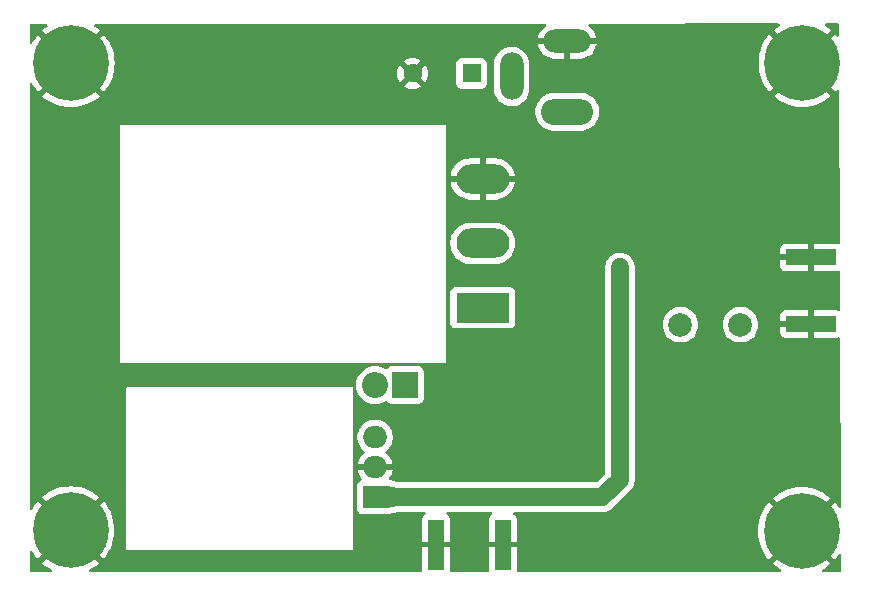
<source format=gbr>
%TF.GenerationSoftware,KiCad,Pcbnew,8.99.0-unknown-e538b98286~178~ubuntu22.04.1*%
%TF.CreationDate,2024-04-14T11:06:52+05:30*%
%TF.ProjectId,HF-PA-v10,48462d50-412d-4763-9130-2e6b69636164,rev?*%
%TF.SameCoordinates,Original*%
%TF.FileFunction,Copper,L2,Bot*%
%TF.FilePolarity,Positive*%
%FSLAX46Y46*%
G04 Gerber Fmt 4.6, Leading zero omitted, Abs format (unit mm)*
G04 Created by KiCad (PCBNEW 8.99.0-unknown-e538b98286~178~ubuntu22.04.1) date 2024-04-14 11:06:52*
%MOMM*%
%LPD*%
G01*
G04 APERTURE LIST*
%TA.AperFunction,ComponentPad*%
%ADD10C,2.000000*%
%TD*%
%TA.AperFunction,ComponentPad*%
%ADD11C,0.800000*%
%TD*%
%TA.AperFunction,ComponentPad*%
%ADD12C,6.400000*%
%TD*%
%TA.AperFunction,SMDPad,CuDef*%
%ADD13R,4.200000X1.350000*%
%TD*%
%TA.AperFunction,ComponentPad*%
%ADD14O,4.400000X2.200000*%
%TD*%
%TA.AperFunction,ComponentPad*%
%ADD15O,4.000000X2.000000*%
%TD*%
%TA.AperFunction,ComponentPad*%
%ADD16O,2.000000X4.000000*%
%TD*%
%TA.AperFunction,ComponentPad*%
%ADD17R,1.600000X1.600000*%
%TD*%
%TA.AperFunction,ComponentPad*%
%ADD18C,1.600000*%
%TD*%
%TA.AperFunction,ComponentPad*%
%ADD19R,2.000000X1.905000*%
%TD*%
%TA.AperFunction,ComponentPad*%
%ADD20O,2.000000X1.905000*%
%TD*%
%TA.AperFunction,SMDPad,CuDef*%
%ADD21R,1.350000X4.200000*%
%TD*%
%TA.AperFunction,ComponentPad*%
%ADD22R,4.500000X2.500000*%
%TD*%
%TA.AperFunction,ComponentPad*%
%ADD23O,4.500000X2.500000*%
%TD*%
%TA.AperFunction,ComponentPad*%
%ADD24R,2.200000X2.200000*%
%TD*%
%TA.AperFunction,ComponentPad*%
%ADD25O,2.200000X2.200000*%
%TD*%
%TA.AperFunction,ViaPad*%
%ADD26C,0.800000*%
%TD*%
%TA.AperFunction,Conductor*%
%ADD27C,1.500000*%
%TD*%
%TA.AperFunction,Conductor*%
%ADD28C,1.000000*%
%TD*%
G04 APERTURE END LIST*
D10*
%TO.P,L4,1*%
%TO.N,Net-(C7-Pad1)*%
X193440000Y-88320000D03*
%TO.P,L4,2*%
%TO.N,Net-(RF_OUT1-In)*%
X198520000Y-88320000D03*
%TD*%
D11*
%TO.P,H3,1,1*%
%TO.N,GND*%
X139400000Y-105720000D03*
X140102944Y-104022944D03*
X140102944Y-107417056D03*
X141800000Y-103320000D03*
D12*
X141800000Y-105720000D03*
D11*
X141800000Y-108120000D03*
X143497056Y-104022944D03*
X143497056Y-107417056D03*
X144200000Y-105720000D03*
%TD*%
D13*
%TO.P,RF_OUT1,2,Ext*%
%TO.N,GND*%
X204477500Y-88285000D03*
X204477500Y-82635000D03*
%TD*%
D14*
%TO.P,Power1,1*%
%TO.N,+VDC*%
X183850000Y-70312500D03*
D15*
%TO.P,Power1,2*%
%TO.N,GND*%
X183850000Y-64312500D03*
D16*
%TO.P,Power1,3*%
%TO.N,unconnected-(Power1-Pad3)*%
X179150000Y-67312500D03*
%TD*%
D17*
%TO.P,C15,1*%
%TO.N,+VDC*%
X175762651Y-67050000D03*
D18*
%TO.P,C15,2*%
%TO.N,GND*%
X170762651Y-67050000D03*
%TD*%
D11*
%TO.P,H4,1,1*%
%TO.N,GND*%
X201300000Y-105790000D03*
X202002944Y-104092944D03*
X202002944Y-107487056D03*
X203700000Y-103390000D03*
D12*
X203700000Y-105790000D03*
D11*
X203700000Y-108190000D03*
X205397056Y-104092944D03*
X205397056Y-107487056D03*
X206100000Y-105790000D03*
%TD*%
D19*
%TO.P,U3,1,VI*%
%TO.N,+VDC*%
X167580000Y-102930000D03*
D20*
%TO.P,U3,2,GND*%
%TO.N,GND*%
X167580000Y-100390000D03*
%TO.P,U3,3,VO*%
%TO.N,Net-(D1-A)*%
X167580000Y-97850000D03*
%TD*%
D21*
%TO.P,RF_IN1,2,Ext*%
%TO.N,GND*%
X172745000Y-106940000D03*
X178395000Y-106940000D03*
%TD*%
D22*
%TO.P,Q1,1,G*%
%TO.N,Net-(Q1-G)*%
X176700000Y-86880000D03*
D23*
%TO.P,Q1,2,D*%
%TO.N,/DRAIN*%
X176700000Y-81430000D03*
%TO.P,Q1,3,S*%
%TO.N,GND*%
X176700000Y-75980000D03*
%TD*%
D24*
%TO.P,D1,1,K*%
%TO.N,11.5V*%
X170110000Y-93430000D03*
D25*
%TO.P,D1,2,A*%
%TO.N,Net-(D1-A)*%
X167570000Y-93430000D03*
%TD*%
D11*
%TO.P,H1,1,1*%
%TO.N,GND*%
X139430000Y-66200000D03*
X140132944Y-64502944D03*
X140132944Y-67897056D03*
X141830000Y-63800000D03*
D12*
X141830000Y-66200000D03*
D11*
X141830000Y-68600000D03*
X143527056Y-64502944D03*
X143527056Y-67897056D03*
X144230000Y-66200000D03*
%TD*%
%TO.P,H2,1,1*%
%TO.N,GND*%
X201352944Y-66177944D03*
X202055888Y-64480888D03*
X202055888Y-67875000D03*
X203752944Y-63777944D03*
D12*
X203752944Y-66177944D03*
D11*
X203752944Y-68577944D03*
X205450000Y-64480888D03*
X205450000Y-67875000D03*
X206152944Y-66177944D03*
%TD*%
D26*
%TO.N,GND*%
X169040000Y-108100000D03*
X167160000Y-108140000D03*
X169040000Y-106770000D03*
X167160000Y-106730000D03*
X141680000Y-93660000D03*
X141680000Y-101280000D03*
X141680000Y-98740000D03*
X141680000Y-96200000D03*
X141680000Y-84480000D03*
X141680000Y-87020000D03*
X141680000Y-76860000D03*
X141680000Y-74320000D03*
X141680000Y-79400000D03*
X141680000Y-89560000D03*
X141680000Y-71780000D03*
X141680000Y-81940000D03*
X172700000Y-99440000D03*
X160070000Y-64960000D03*
X193492114Y-97291750D03*
X203652114Y-76971750D03*
X201112114Y-79511750D03*
X162610000Y-64960000D03*
X190952114Y-102371750D03*
X172700000Y-100880000D03*
X152450000Y-64960000D03*
X203652114Y-74431750D03*
X194495000Y-64795000D03*
X201112114Y-74431750D03*
X194495000Y-67335000D03*
X178252114Y-99831750D03*
X157530000Y-64960000D03*
X152450000Y-67500000D03*
X197035000Y-67335000D03*
X201112114Y-76971750D03*
X154990000Y-67500000D03*
X198572114Y-71891750D03*
X144190000Y-96260000D03*
X144160000Y-81940000D03*
X180792114Y-97291750D03*
X144160000Y-71780000D03*
X165150000Y-67500000D03*
X144160000Y-89560000D03*
X199575000Y-64795000D03*
X165150000Y-64960000D03*
X201112114Y-71891750D03*
X190952114Y-97291750D03*
X193492114Y-102371750D03*
X144190000Y-98800000D03*
X196032114Y-102371750D03*
X189415000Y-67335000D03*
X198572114Y-99831750D03*
X162610000Y-67500000D03*
X185872114Y-97291750D03*
X154990000Y-64960000D03*
X199575000Y-69875000D03*
X190952114Y-94751750D03*
X194495000Y-69875000D03*
X160070000Y-67500000D03*
X144190000Y-101340000D03*
X144160000Y-79400000D03*
X197035000Y-69875000D03*
X144160000Y-74320000D03*
X203652114Y-79511750D03*
X191955000Y-67335000D03*
X180792114Y-99831750D03*
X183332114Y-66811750D03*
X157530000Y-67500000D03*
X193492114Y-94751750D03*
X144160000Y-76860000D03*
X144190000Y-93720000D03*
X203652114Y-71891750D03*
X197035000Y-64795000D03*
X144160000Y-87020000D03*
X191955000Y-64795000D03*
X199575000Y-67335000D03*
X144160000Y-84480000D03*
X183332114Y-97291750D03*
X198572114Y-102371750D03*
%TO.N,+VDC*%
X188310000Y-85200000D03*
X188280000Y-84390000D03*
%TD*%
D27*
%TO.N,+VDC*%
X188310000Y-93261750D02*
X188310000Y-83480000D01*
D28*
X188310000Y-84540000D02*
X188280000Y-84390000D01*
D27*
X188310000Y-93261750D02*
X188310000Y-101440000D01*
D28*
X188280000Y-84390000D02*
X188310000Y-85200000D01*
D27*
X186820000Y-102930000D02*
X167580000Y-102930000D01*
D28*
X188310000Y-91830000D02*
X188310000Y-93261750D01*
X188310000Y-85200000D02*
X188310000Y-91830000D01*
D27*
X188310000Y-101440000D02*
X186820000Y-102930000D01*
%TD*%
%TA.AperFunction,Conductor*%
%TO.N,GND*%
G36*
X139891004Y-107275442D02*
G01*
X139852944Y-107367328D01*
X139852944Y-107466784D01*
X139891004Y-107558670D01*
X139961330Y-107628996D01*
X140053216Y-107667056D01*
X140152672Y-107667056D01*
X140244554Y-107628997D01*
X139364648Y-108508903D01*
X139364649Y-108508904D01*
X139622206Y-108717468D01*
X139947456Y-108928689D01*
X140146319Y-109030015D01*
X140197115Y-109077989D01*
X140213910Y-109145810D01*
X140191373Y-109211945D01*
X140136658Y-109255397D01*
X140090024Y-109264500D01*
X138454500Y-109264500D01*
X138387461Y-109244815D01*
X138341706Y-109192011D01*
X138330500Y-109140500D01*
X138330500Y-107577172D01*
X138350185Y-107510133D01*
X138402989Y-107464378D01*
X138472147Y-107454434D01*
X138535703Y-107483459D01*
X138564985Y-107520877D01*
X138591310Y-107572543D01*
X138802531Y-107897793D01*
X139011095Y-108155350D01*
X139011096Y-108155350D01*
X139891004Y-107275442D01*
G37*
%TD.AperFunction*%
%TA.AperFunction,Conductor*%
G36*
X201786070Y-62834724D02*
G01*
X201831882Y-62887478D01*
X201841900Y-62956626D01*
X201812943Y-63020213D01*
X201786679Y-63043106D01*
X201575146Y-63180478D01*
X201317592Y-63389039D01*
X201317592Y-63389040D01*
X202197499Y-64268946D01*
X202105616Y-64230888D01*
X202006160Y-64230888D01*
X201914274Y-64268948D01*
X201843948Y-64339274D01*
X201805888Y-64431160D01*
X201805888Y-64530616D01*
X201843946Y-64622498D01*
X200964040Y-63742592D01*
X200964039Y-63742592D01*
X200755475Y-64000150D01*
X200544254Y-64325400D01*
X200368188Y-64670949D01*
X200229206Y-65033007D01*
X200128831Y-65407613D01*
X200128830Y-65407620D01*
X200068163Y-65790656D01*
X200047866Y-66177943D01*
X200047866Y-66177944D01*
X200068163Y-66565231D01*
X200128830Y-66948267D01*
X200128831Y-66948274D01*
X200229206Y-67322880D01*
X200368188Y-67684938D01*
X200544254Y-68030487D01*
X200755475Y-68355737D01*
X200964039Y-68613294D01*
X200964040Y-68613294D01*
X201843948Y-67733386D01*
X201805888Y-67825272D01*
X201805888Y-67924728D01*
X201843948Y-68016614D01*
X201914274Y-68086940D01*
X202006160Y-68125000D01*
X202105616Y-68125000D01*
X202197498Y-68086941D01*
X201317592Y-68966847D01*
X201317593Y-68966848D01*
X201575150Y-69175412D01*
X201900400Y-69386633D01*
X202245949Y-69562699D01*
X202608007Y-69701681D01*
X202982613Y-69802056D01*
X202982620Y-69802057D01*
X203365656Y-69862724D01*
X203752943Y-69883022D01*
X203752945Y-69883022D01*
X204140231Y-69862724D01*
X204523267Y-69802057D01*
X204523274Y-69802056D01*
X204897880Y-69701681D01*
X205259938Y-69562699D01*
X205605487Y-69386633D01*
X205930727Y-69175420D01*
X205930729Y-69175419D01*
X206188293Y-68966846D01*
X205308387Y-68086940D01*
X205400272Y-68125000D01*
X205499728Y-68125000D01*
X205591614Y-68086940D01*
X205661940Y-68016614D01*
X205700000Y-67924728D01*
X205700000Y-67825272D01*
X205661940Y-67733387D01*
X206541847Y-68613294D01*
X206679287Y-68443569D01*
X206736774Y-68403857D01*
X206806604Y-68401529D01*
X206866608Y-68437324D01*
X206897735Y-68499877D01*
X206899652Y-68521162D01*
X206945461Y-81384559D01*
X206926016Y-81451669D01*
X206873375Y-81497611D01*
X206804252Y-81507801D01*
X206778129Y-81501183D01*
X206684879Y-81466403D01*
X206684872Y-81466401D01*
X206625344Y-81460000D01*
X204727500Y-81460000D01*
X204727500Y-83810000D01*
X206625328Y-83810000D01*
X206625344Y-83809999D01*
X206684872Y-83803598D01*
X206684883Y-83803595D01*
X206787018Y-83765501D01*
X206856709Y-83760516D01*
X206918033Y-83794000D01*
X206951518Y-83855323D01*
X206954351Y-83881240D01*
X206965608Y-87042073D01*
X206946163Y-87109183D01*
X206893522Y-87155125D01*
X206824399Y-87165315D01*
X206798276Y-87158697D01*
X206684879Y-87116403D01*
X206684872Y-87116401D01*
X206625344Y-87110000D01*
X204727500Y-87110000D01*
X204727500Y-89460000D01*
X206625328Y-89460000D01*
X206625344Y-89459999D01*
X206684872Y-89453598D01*
X206684876Y-89453597D01*
X206807112Y-89408006D01*
X206876804Y-89403022D01*
X206938127Y-89436507D01*
X206971612Y-89497830D01*
X206974445Y-89523746D01*
X207024919Y-103697379D01*
X207005474Y-103764489D01*
X206952833Y-103810431D01*
X206883710Y-103820621D01*
X206820052Y-103791823D01*
X206796925Y-103765356D01*
X206697468Y-103612206D01*
X206488904Y-103354649D01*
X206488903Y-103354648D01*
X205608997Y-104234553D01*
X205647056Y-104142672D01*
X205647056Y-104043216D01*
X205608996Y-103951330D01*
X205538670Y-103881004D01*
X205446784Y-103842944D01*
X205347328Y-103842944D01*
X205255443Y-103881003D01*
X206135350Y-103001096D01*
X206135350Y-103001095D01*
X205877793Y-102792531D01*
X205552543Y-102581310D01*
X205206994Y-102405244D01*
X204844936Y-102266262D01*
X204470330Y-102165887D01*
X204470323Y-102165886D01*
X204087287Y-102105219D01*
X203700001Y-102084922D01*
X203699999Y-102084922D01*
X203312712Y-102105219D01*
X202929676Y-102165886D01*
X202929669Y-102165887D01*
X202555063Y-102266262D01*
X202193005Y-102405244D01*
X201847456Y-102581310D01*
X201522206Y-102792531D01*
X201264648Y-103001095D01*
X201264648Y-103001096D01*
X202144555Y-103881002D01*
X202052672Y-103842944D01*
X201953216Y-103842944D01*
X201861330Y-103881004D01*
X201791004Y-103951330D01*
X201752944Y-104043216D01*
X201752944Y-104142672D01*
X201791002Y-104234554D01*
X200911096Y-103354648D01*
X200911095Y-103354648D01*
X200702531Y-103612206D01*
X200491310Y-103937456D01*
X200315244Y-104283005D01*
X200176262Y-104645063D01*
X200075887Y-105019669D01*
X200075886Y-105019676D01*
X200015219Y-105402712D01*
X199994922Y-105789999D01*
X199994922Y-105790000D01*
X200015219Y-106177287D01*
X200075886Y-106560323D01*
X200075887Y-106560330D01*
X200176262Y-106934936D01*
X200315244Y-107296994D01*
X200491310Y-107642543D01*
X200702531Y-107967793D01*
X200911095Y-108225350D01*
X200911096Y-108225350D01*
X201791004Y-107345442D01*
X201752944Y-107437328D01*
X201752944Y-107536784D01*
X201791004Y-107628670D01*
X201861330Y-107698996D01*
X201953216Y-107737056D01*
X202052672Y-107737056D01*
X202144554Y-107698997D01*
X201264648Y-108578903D01*
X201264649Y-108578904D01*
X201522206Y-108787468D01*
X201847456Y-108998689D01*
X201908936Y-109030015D01*
X201959732Y-109077989D01*
X201976527Y-109145810D01*
X201953990Y-109211945D01*
X201899275Y-109255397D01*
X201852641Y-109264500D01*
X179689052Y-109264500D01*
X179622013Y-109244815D01*
X179576258Y-109192011D01*
X179565763Y-109127244D01*
X179569999Y-109087844D01*
X179570000Y-109087827D01*
X179570000Y-107190000D01*
X177220000Y-107190000D01*
X177220000Y-109087844D01*
X177224237Y-109127244D01*
X177211832Y-109196004D01*
X177164222Y-109247141D01*
X177100948Y-109264500D01*
X174039052Y-109264500D01*
X173972013Y-109244815D01*
X173926258Y-109192011D01*
X173915763Y-109127244D01*
X173919999Y-109087844D01*
X173920000Y-109087827D01*
X173920000Y-107190000D01*
X171570000Y-107190000D01*
X171570000Y-109087844D01*
X171574237Y-109127244D01*
X171561832Y-109196004D01*
X171514222Y-109247141D01*
X171450948Y-109264500D01*
X143509976Y-109264500D01*
X143442937Y-109244815D01*
X143397182Y-109192011D01*
X143387238Y-109122853D01*
X143416263Y-109059297D01*
X143453681Y-109030015D01*
X143652543Y-108928689D01*
X143977783Y-108717476D01*
X143977785Y-108717475D01*
X144235349Y-108508902D01*
X143355443Y-107628996D01*
X143447328Y-107667056D01*
X143546784Y-107667056D01*
X143638670Y-107628996D01*
X143708996Y-107558670D01*
X143747056Y-107466784D01*
X143747056Y-107367328D01*
X143708996Y-107275443D01*
X144588902Y-108155349D01*
X144797475Y-107897785D01*
X144797476Y-107897783D01*
X145008689Y-107572543D01*
X145184755Y-107226994D01*
X145323737Y-106864936D01*
X145424112Y-106490330D01*
X145424113Y-106490323D01*
X145484780Y-106107287D01*
X145505078Y-105720000D01*
X145505078Y-105719999D01*
X145484780Y-105332712D01*
X145424113Y-104949676D01*
X145424112Y-104949669D01*
X145323737Y-104575063D01*
X145184755Y-104213005D01*
X145008689Y-103867456D01*
X144797468Y-103542206D01*
X144588904Y-103284649D01*
X144588903Y-103284648D01*
X143708997Y-104164553D01*
X143747056Y-104072672D01*
X143747056Y-103973216D01*
X143708996Y-103881330D01*
X143638670Y-103811004D01*
X143546784Y-103772944D01*
X143447328Y-103772944D01*
X143355443Y-103811003D01*
X144235350Y-102931096D01*
X144235350Y-102931095D01*
X143977793Y-102722531D01*
X143652543Y-102511310D01*
X143306994Y-102335244D01*
X142944936Y-102196262D01*
X142570330Y-102095887D01*
X142570323Y-102095886D01*
X142187287Y-102035219D01*
X141800001Y-102014922D01*
X141799999Y-102014922D01*
X141412712Y-102035219D01*
X141029676Y-102095886D01*
X141029669Y-102095887D01*
X140655063Y-102196262D01*
X140293005Y-102335244D01*
X139947456Y-102511310D01*
X139622206Y-102722531D01*
X139364648Y-102931095D01*
X139364648Y-102931096D01*
X140244555Y-103811002D01*
X140152672Y-103772944D01*
X140053216Y-103772944D01*
X139961330Y-103811004D01*
X139891004Y-103881330D01*
X139852944Y-103973216D01*
X139852944Y-104072672D01*
X139891002Y-104164554D01*
X139011096Y-103284648D01*
X139011095Y-103284648D01*
X138802531Y-103542206D01*
X138591310Y-103867456D01*
X138564985Y-103919122D01*
X138517010Y-103969918D01*
X138449189Y-103986713D01*
X138383054Y-103964175D01*
X138339603Y-103909460D01*
X138330500Y-103862827D01*
X138330500Y-93659081D01*
X146509500Y-93659081D01*
X146509500Y-93659082D01*
X146509500Y-107340918D01*
X146539082Y-107370500D01*
X165680918Y-107370500D01*
X165710500Y-107340918D01*
X165710500Y-97735646D01*
X166079500Y-97735646D01*
X166079500Y-97964353D01*
X166115278Y-98190246D01*
X166115278Y-98190249D01*
X166185950Y-98407755D01*
X166284275Y-98600727D01*
X166289783Y-98611538D01*
X166424214Y-98796566D01*
X166585934Y-98958286D01*
X166670864Y-99019991D01*
X166713529Y-99075321D01*
X166719508Y-99144935D01*
X166686902Y-99206730D01*
X166670864Y-99220627D01*
X166586257Y-99282097D01*
X166424597Y-99443757D01*
X166290211Y-99628723D01*
X166186417Y-99832429D01*
X166115765Y-100049871D01*
X166101491Y-100140000D01*
X167089252Y-100140000D01*
X167067482Y-100177708D01*
X167030000Y-100317591D01*
X167030000Y-100462409D01*
X167067482Y-100602292D01*
X167089252Y-100640000D01*
X166101491Y-100640000D01*
X166115765Y-100730128D01*
X166186417Y-100947570D01*
X166290213Y-101151279D01*
X166423011Y-101334060D01*
X166446491Y-101399866D01*
X166430666Y-101467920D01*
X166380560Y-101516615D01*
X166366026Y-101523127D01*
X166337671Y-101533702D01*
X166337664Y-101533706D01*
X166222455Y-101619952D01*
X166222452Y-101619955D01*
X166136206Y-101735164D01*
X166136202Y-101735171D01*
X166085908Y-101870017D01*
X166079501Y-101929616D01*
X166079500Y-101929635D01*
X166079500Y-103930370D01*
X166079501Y-103930376D01*
X166085908Y-103989983D01*
X166136202Y-104124828D01*
X166136206Y-104124835D01*
X166222452Y-104240044D01*
X166222455Y-104240047D01*
X166337664Y-104326293D01*
X166337671Y-104326297D01*
X166472517Y-104376591D01*
X166472516Y-104376591D01*
X166479444Y-104377335D01*
X166532127Y-104383000D01*
X168522248Y-104382999D01*
X168538275Y-104384039D01*
X168540992Y-104384393D01*
X168547589Y-104385253D01*
X168577209Y-104383274D01*
X168585470Y-104382999D01*
X168627871Y-104382999D01*
X168627872Y-104382999D01*
X168687483Y-104376591D01*
X168687492Y-104376587D01*
X168692214Y-104375472D01*
X168694923Y-104374863D01*
X169596404Y-104183210D01*
X169622190Y-104180500D01*
X171744089Y-104180500D01*
X171811128Y-104200185D01*
X171856883Y-104252989D01*
X171866827Y-104322147D01*
X171837802Y-104385703D01*
X171818400Y-104403766D01*
X171712812Y-104482809D01*
X171712809Y-104482812D01*
X171626649Y-104597906D01*
X171626645Y-104597913D01*
X171576403Y-104732620D01*
X171576401Y-104732627D01*
X171570000Y-104792155D01*
X171570000Y-106690000D01*
X173920000Y-106690000D01*
X173920000Y-104792172D01*
X173919999Y-104792155D01*
X173913598Y-104732627D01*
X173913596Y-104732620D01*
X173863354Y-104597913D01*
X173863350Y-104597906D01*
X173777190Y-104482812D01*
X173777187Y-104482809D01*
X173671600Y-104403766D01*
X173629729Y-104347832D01*
X173624745Y-104278141D01*
X173658231Y-104216818D01*
X173719554Y-104183334D01*
X173745911Y-104180500D01*
X177394089Y-104180500D01*
X177461128Y-104200185D01*
X177506883Y-104252989D01*
X177516827Y-104322147D01*
X177487802Y-104385703D01*
X177468400Y-104403766D01*
X177362812Y-104482809D01*
X177362809Y-104482812D01*
X177276649Y-104597906D01*
X177276645Y-104597913D01*
X177226403Y-104732620D01*
X177226401Y-104732627D01*
X177220000Y-104792155D01*
X177220000Y-106690000D01*
X179570000Y-106690000D01*
X179570000Y-104792172D01*
X179569999Y-104792155D01*
X179563598Y-104732627D01*
X179563596Y-104732620D01*
X179513354Y-104597913D01*
X179513350Y-104597906D01*
X179427190Y-104482812D01*
X179427187Y-104482809D01*
X179321600Y-104403766D01*
X179279729Y-104347832D01*
X179274745Y-104278141D01*
X179308231Y-104216818D01*
X179369554Y-104183334D01*
X179395911Y-104180500D01*
X186918422Y-104180500D01*
X187112826Y-104149709D01*
X187300026Y-104088884D01*
X187475405Y-103999524D01*
X187634646Y-103883828D01*
X189263828Y-102254646D01*
X189379524Y-102095405D01*
X189468884Y-101920026D01*
X189529709Y-101732827D01*
X189538155Y-101679500D01*
X189560500Y-101538422D01*
X189560500Y-88319994D01*
X191934357Y-88319994D01*
X191934357Y-88320005D01*
X191954890Y-88567812D01*
X191954892Y-88567824D01*
X192015936Y-88808881D01*
X192115826Y-89036606D01*
X192251833Y-89244782D01*
X192251836Y-89244785D01*
X192420256Y-89427738D01*
X192616491Y-89580474D01*
X192835190Y-89698828D01*
X193070386Y-89779571D01*
X193315665Y-89820500D01*
X193564335Y-89820500D01*
X193809614Y-89779571D01*
X194044810Y-89698828D01*
X194263509Y-89580474D01*
X194459744Y-89427738D01*
X194628164Y-89244785D01*
X194764173Y-89036607D01*
X194864063Y-88808881D01*
X194925108Y-88567821D01*
X194931760Y-88487544D01*
X194945643Y-88320005D01*
X194945643Y-88319994D01*
X197014357Y-88319994D01*
X197014357Y-88320005D01*
X197034890Y-88567812D01*
X197034892Y-88567824D01*
X197095936Y-88808881D01*
X197195826Y-89036606D01*
X197331833Y-89244782D01*
X197331836Y-89244785D01*
X197500256Y-89427738D01*
X197696491Y-89580474D01*
X197915190Y-89698828D01*
X198150386Y-89779571D01*
X198395665Y-89820500D01*
X198644335Y-89820500D01*
X198889614Y-89779571D01*
X199124810Y-89698828D01*
X199343509Y-89580474D01*
X199539744Y-89427738D01*
X199708164Y-89244785D01*
X199844173Y-89036607D01*
X199856790Y-89007844D01*
X201877500Y-89007844D01*
X201883901Y-89067372D01*
X201883903Y-89067379D01*
X201934145Y-89202086D01*
X201934149Y-89202093D01*
X202020309Y-89317187D01*
X202020312Y-89317190D01*
X202135406Y-89403350D01*
X202135413Y-89403354D01*
X202270120Y-89453596D01*
X202270127Y-89453598D01*
X202329655Y-89459999D01*
X202329672Y-89460000D01*
X204227500Y-89460000D01*
X204227500Y-88535000D01*
X201877500Y-88535000D01*
X201877500Y-89007844D01*
X199856790Y-89007844D01*
X199944063Y-88808881D01*
X200005108Y-88567821D01*
X200011760Y-88487544D01*
X200025643Y-88320005D01*
X200025643Y-88319994D01*
X200005109Y-88072187D01*
X200005107Y-88072175D01*
X199944063Y-87831118D01*
X199844173Y-87603393D01*
X199817231Y-87562155D01*
X201877500Y-87562155D01*
X201877500Y-88035000D01*
X204227500Y-88035000D01*
X204227500Y-87110000D01*
X202329655Y-87110000D01*
X202270127Y-87116401D01*
X202270120Y-87116403D01*
X202135413Y-87166645D01*
X202135406Y-87166649D01*
X202020312Y-87252809D01*
X202020309Y-87252812D01*
X201934149Y-87367906D01*
X201934145Y-87367913D01*
X201883903Y-87502620D01*
X201883901Y-87502627D01*
X201877500Y-87562155D01*
X199817231Y-87562155D01*
X199708166Y-87395217D01*
X199683024Y-87367906D01*
X199539744Y-87212262D01*
X199343509Y-87059526D01*
X199343507Y-87059525D01*
X199343506Y-87059524D01*
X199124811Y-86941172D01*
X199124802Y-86941169D01*
X198889616Y-86860429D01*
X198644335Y-86819500D01*
X198395665Y-86819500D01*
X198150383Y-86860429D01*
X197915197Y-86941169D01*
X197915188Y-86941172D01*
X197696493Y-87059524D01*
X197500257Y-87212261D01*
X197331833Y-87395217D01*
X197195826Y-87603393D01*
X197095936Y-87831118D01*
X197034892Y-88072175D01*
X197034890Y-88072187D01*
X197014357Y-88319994D01*
X194945643Y-88319994D01*
X194925109Y-88072187D01*
X194925107Y-88072175D01*
X194864063Y-87831118D01*
X194764173Y-87603393D01*
X194628166Y-87395217D01*
X194603024Y-87367906D01*
X194459744Y-87212262D01*
X194263509Y-87059526D01*
X194263507Y-87059525D01*
X194263506Y-87059524D01*
X194044811Y-86941172D01*
X194044802Y-86941169D01*
X193809616Y-86860429D01*
X193564335Y-86819500D01*
X193315665Y-86819500D01*
X193070383Y-86860429D01*
X192835197Y-86941169D01*
X192835188Y-86941172D01*
X192616493Y-87059524D01*
X192420257Y-87212261D01*
X192251833Y-87395217D01*
X192115826Y-87603393D01*
X192015936Y-87831118D01*
X191954892Y-88072175D01*
X191954890Y-88072187D01*
X191934357Y-88319994D01*
X189560500Y-88319994D01*
X189560500Y-83381577D01*
X189556741Y-83357844D01*
X201877500Y-83357844D01*
X201883901Y-83417372D01*
X201883903Y-83417379D01*
X201934145Y-83552086D01*
X201934149Y-83552093D01*
X202020309Y-83667187D01*
X202020312Y-83667190D01*
X202135406Y-83753350D01*
X202135413Y-83753354D01*
X202270120Y-83803596D01*
X202270127Y-83803598D01*
X202329655Y-83809999D01*
X202329672Y-83810000D01*
X204227500Y-83810000D01*
X204227500Y-82885000D01*
X201877500Y-82885000D01*
X201877500Y-83357844D01*
X189556741Y-83357844D01*
X189529709Y-83187173D01*
X189469980Y-83003349D01*
X189468884Y-82999975D01*
X189468882Y-82999972D01*
X189468882Y-82999970D01*
X189421743Y-82907455D01*
X189379524Y-82824595D01*
X189263828Y-82665354D01*
X189124646Y-82526172D01*
X188965405Y-82410476D01*
X188953896Y-82404612D01*
X188790029Y-82321117D01*
X188602826Y-82260290D01*
X188408422Y-82229500D01*
X188408417Y-82229500D01*
X188211583Y-82229500D01*
X188211578Y-82229500D01*
X188017173Y-82260290D01*
X187829970Y-82321117D01*
X187654594Y-82410476D01*
X187563741Y-82476485D01*
X187495354Y-82526172D01*
X187495352Y-82526174D01*
X187495351Y-82526174D01*
X187356174Y-82665351D01*
X187356174Y-82665352D01*
X187356172Y-82665354D01*
X187306485Y-82733741D01*
X187240476Y-82824594D01*
X187151117Y-82999970D01*
X187090290Y-83187173D01*
X187059500Y-83381577D01*
X187059500Y-100870664D01*
X187039815Y-100937703D01*
X187023181Y-100958345D01*
X186338345Y-101643181D01*
X186277022Y-101676666D01*
X186250664Y-101679500D01*
X169622192Y-101679500D01*
X169596406Y-101676789D01*
X169595827Y-101676666D01*
X169438325Y-101643181D01*
X168823044Y-101512372D01*
X168761563Y-101479177D01*
X168727789Y-101418012D01*
X168732445Y-101348298D01*
X168748512Y-101318197D01*
X168869788Y-101151276D01*
X168973582Y-100947570D01*
X169044234Y-100730128D01*
X169058509Y-100640000D01*
X168070748Y-100640000D01*
X168092518Y-100602292D01*
X168130000Y-100462409D01*
X168130000Y-100317591D01*
X168092518Y-100177708D01*
X168070748Y-100140000D01*
X169058509Y-100140000D01*
X169044234Y-100049871D01*
X168973582Y-99832429D01*
X168869788Y-99628723D01*
X168735402Y-99443757D01*
X168573742Y-99282097D01*
X168489135Y-99220626D01*
X168446470Y-99165296D01*
X168440491Y-99095682D01*
X168473097Y-99033887D01*
X168489125Y-99019999D01*
X168574066Y-98958286D01*
X168735786Y-98796566D01*
X168870217Y-98611538D01*
X168974048Y-98407758D01*
X169044722Y-98190245D01*
X169080500Y-97964354D01*
X169080500Y-97735646D01*
X169044722Y-97509755D01*
X169044721Y-97509751D01*
X169044721Y-97509750D01*
X168974049Y-97292244D01*
X168870216Y-97088461D01*
X168735786Y-96903434D01*
X168574066Y-96741714D01*
X168389038Y-96607283D01*
X168185255Y-96503450D01*
X167967748Y-96432778D01*
X167798326Y-96405944D01*
X167741854Y-96397000D01*
X167418146Y-96397000D01*
X167342849Y-96408926D01*
X167192253Y-96432778D01*
X167192250Y-96432778D01*
X166974744Y-96503450D01*
X166770961Y-96607283D01*
X166665396Y-96683980D01*
X166585934Y-96741714D01*
X166585932Y-96741716D01*
X166585931Y-96741716D01*
X166424216Y-96903431D01*
X166424216Y-96903432D01*
X166424214Y-96903434D01*
X166366480Y-96982896D01*
X166289783Y-97088461D01*
X166185950Y-97292244D01*
X166115278Y-97509750D01*
X166115278Y-97509753D01*
X166079500Y-97735646D01*
X165710500Y-97735646D01*
X165710500Y-93659082D01*
X165680918Y-93629500D01*
X146580918Y-93629500D01*
X146539082Y-93629500D01*
X146539081Y-93629500D01*
X146509500Y-93659081D01*
X138330500Y-93659081D01*
X138330500Y-93430000D01*
X165964551Y-93430000D01*
X165984317Y-93681151D01*
X166043126Y-93926110D01*
X166139533Y-94158859D01*
X166271160Y-94373653D01*
X166271161Y-94373656D01*
X166271164Y-94373659D01*
X166434776Y-94565224D01*
X166583066Y-94691875D01*
X166626343Y-94728838D01*
X166626346Y-94728839D01*
X166841140Y-94860466D01*
X167073889Y-94956873D01*
X167318852Y-95015683D01*
X167570000Y-95035449D01*
X167821148Y-95015683D01*
X168066111Y-94956873D01*
X168298859Y-94860466D01*
X168431019Y-94779477D01*
X168498461Y-94761234D01*
X168565064Y-94782350D01*
X168595072Y-94810894D01*
X168652455Y-94887547D01*
X168767664Y-94973793D01*
X168767671Y-94973797D01*
X168902517Y-95024091D01*
X168902516Y-95024091D01*
X168909444Y-95024835D01*
X168962127Y-95030500D01*
X171257872Y-95030499D01*
X171317483Y-95024091D01*
X171452331Y-94973796D01*
X171567546Y-94887546D01*
X171653796Y-94772331D01*
X171704091Y-94637483D01*
X171710500Y-94577873D01*
X171710499Y-92282128D01*
X171704091Y-92222517D01*
X171670017Y-92131161D01*
X171653797Y-92087671D01*
X171653793Y-92087664D01*
X171567547Y-91972455D01*
X171567544Y-91972452D01*
X171452335Y-91886206D01*
X171452328Y-91886202D01*
X171317482Y-91835908D01*
X171317483Y-91835908D01*
X171257883Y-91829501D01*
X171257881Y-91829500D01*
X171257873Y-91829500D01*
X171257864Y-91829500D01*
X168962129Y-91829500D01*
X168962123Y-91829501D01*
X168902516Y-91835908D01*
X168767671Y-91886202D01*
X168767664Y-91886206D01*
X168652455Y-91972452D01*
X168595072Y-92049105D01*
X168539138Y-92090976D01*
X168469446Y-92095959D01*
X168431016Y-92080520D01*
X168298859Y-91999533D01*
X168066110Y-91903126D01*
X167821151Y-91844317D01*
X167570000Y-91824551D01*
X167318848Y-91844317D01*
X167073889Y-91903126D01*
X166841140Y-91999533D01*
X166626346Y-92131160D01*
X166626343Y-92131161D01*
X166434776Y-92294776D01*
X166271161Y-92486343D01*
X166271160Y-92486346D01*
X166139533Y-92701140D01*
X166043126Y-92933889D01*
X165984317Y-93178848D01*
X165964551Y-93430000D01*
X138330500Y-93430000D01*
X138330500Y-71459081D01*
X145949500Y-71459081D01*
X145949500Y-71459082D01*
X145949500Y-91520918D01*
X145979082Y-91550500D01*
X173570918Y-91550500D01*
X173600500Y-91520918D01*
X173600500Y-85582135D01*
X173949500Y-85582135D01*
X173949500Y-88177870D01*
X173949501Y-88177876D01*
X173955908Y-88237483D01*
X174006202Y-88372328D01*
X174006206Y-88372335D01*
X174092452Y-88487544D01*
X174092455Y-88487547D01*
X174207664Y-88573793D01*
X174207671Y-88573797D01*
X174342517Y-88624091D01*
X174342516Y-88624091D01*
X174349444Y-88624835D01*
X174402127Y-88630500D01*
X178997872Y-88630499D01*
X179057483Y-88624091D01*
X179192331Y-88573796D01*
X179307546Y-88487546D01*
X179393796Y-88372331D01*
X179444091Y-88237483D01*
X179450500Y-88177873D01*
X179450499Y-85582128D01*
X179444091Y-85522517D01*
X179393796Y-85387669D01*
X179393795Y-85387668D01*
X179393793Y-85387664D01*
X179307547Y-85272455D01*
X179307544Y-85272452D01*
X179192335Y-85186206D01*
X179192328Y-85186202D01*
X179057482Y-85135908D01*
X179057483Y-85135908D01*
X178997883Y-85129501D01*
X178997881Y-85129500D01*
X178997873Y-85129500D01*
X178997864Y-85129500D01*
X174402129Y-85129500D01*
X174402123Y-85129501D01*
X174342516Y-85135908D01*
X174207671Y-85186202D01*
X174207664Y-85186206D01*
X174092455Y-85272452D01*
X174092452Y-85272455D01*
X174006206Y-85387664D01*
X174006202Y-85387671D01*
X173955908Y-85522517D01*
X173949501Y-85582116D01*
X173949501Y-85582123D01*
X173949500Y-85582135D01*
X173600500Y-85582135D01*
X173600500Y-81315258D01*
X173949500Y-81315258D01*
X173949500Y-81544741D01*
X173957146Y-81602812D01*
X173979452Y-81772238D01*
X173979453Y-81772240D01*
X174038842Y-81993887D01*
X174126650Y-82205876D01*
X174126657Y-82205890D01*
X174241392Y-82404617D01*
X174381081Y-82586661D01*
X174381089Y-82586670D01*
X174543330Y-82748911D01*
X174543338Y-82748918D01*
X174725382Y-82888607D01*
X174725385Y-82888608D01*
X174725388Y-82888611D01*
X174924112Y-83003344D01*
X174924117Y-83003346D01*
X174924123Y-83003349D01*
X175015480Y-83041190D01*
X175136113Y-83091158D01*
X175357762Y-83150548D01*
X175585266Y-83180500D01*
X175585273Y-83180500D01*
X177814727Y-83180500D01*
X177814734Y-83180500D01*
X178042238Y-83150548D01*
X178263887Y-83091158D01*
X178475888Y-83003344D01*
X178674612Y-82888611D01*
X178856661Y-82748919D01*
X178856665Y-82748914D01*
X178856670Y-82748911D01*
X179018911Y-82586670D01*
X179018914Y-82586665D01*
X179018919Y-82586661D01*
X179158611Y-82404612D01*
X179273344Y-82205888D01*
X179361158Y-81993887D01*
X179383058Y-81912155D01*
X201877500Y-81912155D01*
X201877500Y-82385000D01*
X204227500Y-82385000D01*
X204227500Y-81460000D01*
X202329655Y-81460000D01*
X202270127Y-81466401D01*
X202270120Y-81466403D01*
X202135413Y-81516645D01*
X202135406Y-81516649D01*
X202020312Y-81602809D01*
X202020309Y-81602812D01*
X201934149Y-81717906D01*
X201934145Y-81717913D01*
X201883903Y-81852620D01*
X201883901Y-81852627D01*
X201877500Y-81912155D01*
X179383058Y-81912155D01*
X179420548Y-81772238D01*
X179450500Y-81544734D01*
X179450500Y-81315266D01*
X179420548Y-81087762D01*
X179361158Y-80866113D01*
X179273344Y-80654112D01*
X179158611Y-80455388D01*
X179158608Y-80455385D01*
X179158607Y-80455382D01*
X179057764Y-80323962D01*
X179018919Y-80273339D01*
X179018918Y-80273338D01*
X179018911Y-80273330D01*
X178856670Y-80111089D01*
X178856661Y-80111081D01*
X178674617Y-79971392D01*
X178475890Y-79856657D01*
X178475876Y-79856650D01*
X178263887Y-79768842D01*
X178042238Y-79709452D01*
X178004215Y-79704446D01*
X177814741Y-79679500D01*
X177814734Y-79679500D01*
X175585266Y-79679500D01*
X175585258Y-79679500D01*
X175368715Y-79708009D01*
X175357762Y-79709452D01*
X175264076Y-79734554D01*
X175136112Y-79768842D01*
X174924123Y-79856650D01*
X174924109Y-79856657D01*
X174725382Y-79971392D01*
X174543338Y-80111081D01*
X174381081Y-80273338D01*
X174241392Y-80455382D01*
X174126657Y-80654109D01*
X174126650Y-80654123D01*
X174038842Y-80866112D01*
X173979453Y-81087759D01*
X173979451Y-81087770D01*
X173949500Y-81315258D01*
X173600500Y-81315258D01*
X173600500Y-75729999D01*
X173967811Y-75729999D01*
X173967812Y-75730000D01*
X175991759Y-75730000D01*
X175978822Y-75761233D01*
X175950000Y-75906131D01*
X175950000Y-76053869D01*
X175978822Y-76198767D01*
X175991759Y-76230000D01*
X173967812Y-76230000D01*
X173979942Y-76322137D01*
X174039318Y-76543730D01*
X174127102Y-76755659D01*
X174127106Y-76755668D01*
X174241809Y-76954338D01*
X174381455Y-77136329D01*
X174381461Y-77136336D01*
X174543663Y-77298538D01*
X174543670Y-77298544D01*
X174725661Y-77438190D01*
X174924331Y-77552893D01*
X174924340Y-77552897D01*
X175136269Y-77640681D01*
X175357862Y-77700057D01*
X175585289Y-77729998D01*
X175585306Y-77730000D01*
X176450000Y-77730000D01*
X176450000Y-76688240D01*
X176481233Y-76701178D01*
X176626131Y-76730000D01*
X176773869Y-76730000D01*
X176918767Y-76701178D01*
X176950000Y-76688240D01*
X176950000Y-77730000D01*
X177814694Y-77730000D01*
X177814710Y-77729998D01*
X178042137Y-77700057D01*
X178263730Y-77640681D01*
X178475659Y-77552897D01*
X178475668Y-77552893D01*
X178674338Y-77438190D01*
X178856329Y-77298544D01*
X178856336Y-77298538D01*
X179018538Y-77136336D01*
X179018544Y-77136329D01*
X179158190Y-76954338D01*
X179272893Y-76755668D01*
X179272897Y-76755659D01*
X179360681Y-76543730D01*
X179420057Y-76322137D01*
X179432188Y-76230000D01*
X177408241Y-76230000D01*
X177421178Y-76198767D01*
X177450000Y-76053869D01*
X177450000Y-75906131D01*
X177421178Y-75761233D01*
X177408241Y-75730000D01*
X179432188Y-75730000D01*
X179432188Y-75729999D01*
X179420057Y-75637862D01*
X179360681Y-75416269D01*
X179272897Y-75204340D01*
X179272893Y-75204331D01*
X179158190Y-75005661D01*
X179018544Y-74823670D01*
X179018538Y-74823663D01*
X178856336Y-74661461D01*
X178856329Y-74661455D01*
X178674338Y-74521809D01*
X178475668Y-74407106D01*
X178475659Y-74407102D01*
X178263730Y-74319318D01*
X178042137Y-74259942D01*
X177814710Y-74230001D01*
X177814694Y-74230000D01*
X176950000Y-74230000D01*
X176950000Y-75271759D01*
X176918767Y-75258822D01*
X176773869Y-75230000D01*
X176626131Y-75230000D01*
X176481233Y-75258822D01*
X176450000Y-75271759D01*
X176450000Y-74230000D01*
X175585306Y-74230000D01*
X175585289Y-74230001D01*
X175357862Y-74259942D01*
X175136269Y-74319318D01*
X174924340Y-74407102D01*
X174924331Y-74407106D01*
X174725661Y-74521809D01*
X174543670Y-74661455D01*
X174543663Y-74661461D01*
X174381461Y-74823663D01*
X174381455Y-74823670D01*
X174241809Y-75005661D01*
X174127106Y-75204331D01*
X174127102Y-75204340D01*
X174039318Y-75416269D01*
X173979942Y-75637862D01*
X173967811Y-75729999D01*
X173600500Y-75729999D01*
X173600500Y-71459082D01*
X173570918Y-71429500D01*
X146020918Y-71429500D01*
X145979082Y-71429500D01*
X145979081Y-71429500D01*
X145949500Y-71459081D01*
X138330500Y-71459081D01*
X138330500Y-70186538D01*
X181149500Y-70186538D01*
X181149500Y-70438461D01*
X181188910Y-70687285D01*
X181266760Y-70926883D01*
X181381132Y-71151348D01*
X181529201Y-71355149D01*
X181529205Y-71355154D01*
X181707345Y-71533294D01*
X181707350Y-71533298D01*
X181885117Y-71662452D01*
X181911155Y-71681370D01*
X182054184Y-71754247D01*
X182135616Y-71795739D01*
X182135618Y-71795739D01*
X182135621Y-71795741D01*
X182375215Y-71873590D01*
X182624038Y-71913000D01*
X182624039Y-71913000D01*
X185075961Y-71913000D01*
X185075962Y-71913000D01*
X185324785Y-71873590D01*
X185564379Y-71795741D01*
X185788845Y-71681370D01*
X185992656Y-71533293D01*
X186170793Y-71355156D01*
X186318870Y-71151345D01*
X186433241Y-70926879D01*
X186511090Y-70687285D01*
X186550500Y-70438462D01*
X186550500Y-70186538D01*
X186511090Y-69937715D01*
X186433241Y-69698121D01*
X186433239Y-69698118D01*
X186433239Y-69698116D01*
X186364240Y-69562699D01*
X186318870Y-69473655D01*
X186185446Y-69290012D01*
X186170798Y-69269850D01*
X186170794Y-69269845D01*
X185992654Y-69091705D01*
X185992649Y-69091701D01*
X185788848Y-68943632D01*
X185788847Y-68943631D01*
X185788845Y-68943630D01*
X185718747Y-68907913D01*
X185564383Y-68829260D01*
X185324785Y-68751410D01*
X185262936Y-68741614D01*
X185075962Y-68712000D01*
X182624038Y-68712000D01*
X182499626Y-68731705D01*
X182375214Y-68751410D01*
X182135616Y-68829260D01*
X181911151Y-68943632D01*
X181707350Y-69091701D01*
X181707345Y-69091705D01*
X181529205Y-69269845D01*
X181529201Y-69269850D01*
X181381132Y-69473651D01*
X181266760Y-69698116D01*
X181188910Y-69937714D01*
X181149500Y-70186538D01*
X138330500Y-70186538D01*
X138330500Y-67998293D01*
X138350185Y-67931254D01*
X138402989Y-67885499D01*
X138472147Y-67875555D01*
X138535703Y-67904580D01*
X138564985Y-67941999D01*
X138621307Y-68052538D01*
X138621308Y-68052541D01*
X138832531Y-68377793D01*
X139041095Y-68635350D01*
X139041096Y-68635350D01*
X139921004Y-67755442D01*
X139882944Y-67847328D01*
X139882944Y-67946784D01*
X139921004Y-68038670D01*
X139991330Y-68108996D01*
X140083216Y-68147056D01*
X140182672Y-68147056D01*
X140274554Y-68108997D01*
X139394648Y-68988903D01*
X139394649Y-68988904D01*
X139652206Y-69197468D01*
X139977456Y-69408689D01*
X140323005Y-69584755D01*
X140685063Y-69723737D01*
X141059669Y-69824112D01*
X141059676Y-69824113D01*
X141442712Y-69884780D01*
X141829999Y-69905078D01*
X141830001Y-69905078D01*
X142217287Y-69884780D01*
X142600323Y-69824113D01*
X142600330Y-69824112D01*
X142974936Y-69723737D01*
X143336994Y-69584755D01*
X143682543Y-69408689D01*
X144007783Y-69197476D01*
X144007785Y-69197475D01*
X144265349Y-68988902D01*
X143385443Y-68108996D01*
X143477328Y-68147056D01*
X143576784Y-68147056D01*
X143668670Y-68108996D01*
X143738996Y-68038670D01*
X143777056Y-67946784D01*
X143777056Y-67847328D01*
X143738996Y-67755443D01*
X144618902Y-68635349D01*
X144827475Y-68377785D01*
X144827476Y-68377783D01*
X145038689Y-68052543D01*
X145214755Y-67706994D01*
X145353737Y-67344936D01*
X145432765Y-67049997D01*
X169457685Y-67049997D01*
X169457685Y-67050002D01*
X169477509Y-67276599D01*
X169477511Y-67276610D01*
X169536381Y-67496317D01*
X169536386Y-67496331D01*
X169632514Y-67702478D01*
X169683625Y-67775472D01*
X170362651Y-67096446D01*
X170362651Y-67102661D01*
X170389910Y-67204394D01*
X170442571Y-67295606D01*
X170517045Y-67370080D01*
X170608257Y-67422741D01*
X170709990Y-67450000D01*
X170716204Y-67450000D01*
X170037177Y-68129025D01*
X170110164Y-68180132D01*
X170110172Y-68180136D01*
X170316319Y-68276264D01*
X170316333Y-68276269D01*
X170536040Y-68335139D01*
X170536051Y-68335141D01*
X170762649Y-68354966D01*
X170762653Y-68354966D01*
X170989250Y-68335141D01*
X170989261Y-68335139D01*
X171208968Y-68276269D01*
X171208982Y-68276264D01*
X171415129Y-68180136D01*
X171488122Y-68129024D01*
X170809098Y-67450000D01*
X170815312Y-67450000D01*
X170917045Y-67422741D01*
X171008257Y-67370080D01*
X171082731Y-67295606D01*
X171135392Y-67204394D01*
X171162651Y-67102661D01*
X171162651Y-67096447D01*
X171841675Y-67775471D01*
X171892787Y-67702478D01*
X171988915Y-67496331D01*
X171988920Y-67496317D01*
X172047790Y-67276610D01*
X172047792Y-67276599D01*
X172067617Y-67050002D01*
X172067617Y-67049997D01*
X172047792Y-66823400D01*
X172047790Y-66823389D01*
X171988920Y-66603682D01*
X171988915Y-66603668D01*
X171892787Y-66397521D01*
X171892783Y-66397513D01*
X171841676Y-66324526D01*
X171162651Y-67003551D01*
X171162651Y-66997339D01*
X171135392Y-66895606D01*
X171082731Y-66804394D01*
X171008257Y-66729920D01*
X170917045Y-66677259D01*
X170815312Y-66650000D01*
X170809099Y-66650000D01*
X171256963Y-66202135D01*
X174462151Y-66202135D01*
X174462151Y-67897870D01*
X174462152Y-67897876D01*
X174468559Y-67957483D01*
X174518853Y-68092328D01*
X174518857Y-68092335D01*
X174605103Y-68207544D01*
X174605106Y-68207547D01*
X174720315Y-68293793D01*
X174720322Y-68293797D01*
X174855168Y-68344091D01*
X174855167Y-68344091D01*
X174862095Y-68344835D01*
X174914778Y-68350500D01*
X176610523Y-68350499D01*
X176670134Y-68344091D01*
X176804982Y-68293796D01*
X176920197Y-68207546D01*
X177006447Y-68092331D01*
X177056742Y-67957483D01*
X177063151Y-67897873D01*
X177063150Y-66202128D01*
X177062319Y-66194402D01*
X177649500Y-66194402D01*
X177649500Y-68430597D01*
X177686446Y-68663868D01*
X177759433Y-68888496D01*
X177810594Y-68988904D01*
X177866657Y-69098933D01*
X178005483Y-69290010D01*
X178172490Y-69457017D01*
X178363567Y-69595843D01*
X178462991Y-69646502D01*
X178574003Y-69703066D01*
X178574005Y-69703066D01*
X178574008Y-69703068D01*
X178694412Y-69742189D01*
X178798631Y-69776053D01*
X179031903Y-69813000D01*
X179031908Y-69813000D01*
X179268097Y-69813000D01*
X179501368Y-69776053D01*
X179725992Y-69703068D01*
X179936433Y-69595843D01*
X180127510Y-69457017D01*
X180294517Y-69290010D01*
X180433343Y-69098933D01*
X180540568Y-68888492D01*
X180613553Y-68663868D01*
X180635038Y-68528216D01*
X180650500Y-68430597D01*
X180650500Y-66194402D01*
X180613553Y-65961131D01*
X180568910Y-65823735D01*
X180540568Y-65736508D01*
X180540566Y-65736505D01*
X180540566Y-65736503D01*
X180433342Y-65526066D01*
X180294517Y-65334990D01*
X180127510Y-65167983D01*
X179936433Y-65029157D01*
X179725996Y-64921933D01*
X179501368Y-64848946D01*
X179268097Y-64812000D01*
X179268092Y-64812000D01*
X179031908Y-64812000D01*
X179031903Y-64812000D01*
X178798631Y-64848946D01*
X178574003Y-64921933D01*
X178363566Y-65029157D01*
X178267889Y-65098671D01*
X178172490Y-65167983D01*
X178172488Y-65167985D01*
X178172487Y-65167985D01*
X178005485Y-65334987D01*
X178005485Y-65334988D01*
X178005483Y-65334990D01*
X177986283Y-65361417D01*
X177866657Y-65526066D01*
X177759433Y-65736503D01*
X177686446Y-65961131D01*
X177649500Y-66194402D01*
X177062319Y-66194402D01*
X177056742Y-66142517D01*
X177022989Y-66052021D01*
X177006448Y-66007671D01*
X177006444Y-66007664D01*
X176920198Y-65892455D01*
X176920195Y-65892452D01*
X176804986Y-65806206D01*
X176804979Y-65806202D01*
X176670133Y-65755908D01*
X176670134Y-65755908D01*
X176610534Y-65749501D01*
X176610532Y-65749500D01*
X176610524Y-65749500D01*
X176610515Y-65749500D01*
X174914780Y-65749500D01*
X174914774Y-65749501D01*
X174855167Y-65755908D01*
X174720322Y-65806202D01*
X174720315Y-65806206D01*
X174605106Y-65892452D01*
X174605103Y-65892455D01*
X174518857Y-66007664D01*
X174518853Y-66007671D01*
X174468559Y-66142517D01*
X174462152Y-66202116D01*
X174462152Y-66202123D01*
X174462151Y-66202135D01*
X171256963Y-66202135D01*
X171488123Y-65970974D01*
X171415129Y-65919863D01*
X171208982Y-65823735D01*
X171208968Y-65823730D01*
X170989261Y-65764860D01*
X170989250Y-65764858D01*
X170762653Y-65745034D01*
X170762649Y-65745034D01*
X170536051Y-65764858D01*
X170536040Y-65764860D01*
X170316333Y-65823730D01*
X170316324Y-65823734D01*
X170110167Y-65919866D01*
X170110163Y-65919868D01*
X170037177Y-65970973D01*
X170037177Y-65970974D01*
X170716204Y-66650000D01*
X170709990Y-66650000D01*
X170608257Y-66677259D01*
X170517045Y-66729920D01*
X170442571Y-66804394D01*
X170389910Y-66895606D01*
X170362651Y-66997339D01*
X170362651Y-67003552D01*
X169683625Y-66324526D01*
X169683624Y-66324526D01*
X169632519Y-66397512D01*
X169632517Y-66397516D01*
X169536385Y-66603673D01*
X169536381Y-66603682D01*
X169477511Y-66823389D01*
X169477509Y-66823400D01*
X169457685Y-67049997D01*
X145432765Y-67049997D01*
X145454112Y-66970330D01*
X145454113Y-66970323D01*
X145514780Y-66587287D01*
X145535078Y-66200000D01*
X145535078Y-66199999D01*
X145514780Y-65812712D01*
X145454113Y-65429676D01*
X145454112Y-65429669D01*
X145353737Y-65055063D01*
X145214755Y-64693005D01*
X145038689Y-64347456D01*
X144827468Y-64022206D01*
X144618904Y-63764649D01*
X144618903Y-63764648D01*
X143738997Y-64644553D01*
X143777056Y-64552672D01*
X143777056Y-64453216D01*
X143738996Y-64361330D01*
X143668670Y-64291004D01*
X143576784Y-64252944D01*
X143477328Y-64252944D01*
X143385443Y-64291003D01*
X144265350Y-63411096D01*
X144265350Y-63411095D01*
X144007793Y-63202531D01*
X143857837Y-63105148D01*
X143812334Y-63052127D01*
X143802720Y-62982922D01*
X143832047Y-62919505D01*
X143891004Y-62882011D01*
X143925232Y-62877153D01*
X181948052Y-62836336D01*
X182015107Y-62855948D01*
X182060919Y-62908702D01*
X182070937Y-62977850D01*
X182041980Y-63041437D01*
X182021066Y-63060653D01*
X181872814Y-63168365D01*
X181705866Y-63335313D01*
X181567085Y-63526328D01*
X181459897Y-63736697D01*
X181386934Y-63961252D01*
X181370898Y-64062500D01*
X182416988Y-64062500D01*
X182384075Y-64119507D01*
X182350000Y-64246674D01*
X182350000Y-64378326D01*
X182384075Y-64505493D01*
X182416988Y-64562500D01*
X181370898Y-64562500D01*
X181386934Y-64663747D01*
X181459897Y-64888302D01*
X181567085Y-65098671D01*
X181705866Y-65289686D01*
X181872813Y-65456633D01*
X182063828Y-65595414D01*
X182274197Y-65702602D01*
X182498752Y-65775565D01*
X182498751Y-65775565D01*
X182731948Y-65812500D01*
X183600000Y-65812500D01*
X183600000Y-64812500D01*
X184100000Y-64812500D01*
X184100000Y-65812500D01*
X184968052Y-65812500D01*
X185201247Y-65775565D01*
X185425802Y-65702602D01*
X185636171Y-65595414D01*
X185827186Y-65456633D01*
X185994133Y-65289686D01*
X186132914Y-65098671D01*
X186240102Y-64888302D01*
X186313065Y-64663747D01*
X186329102Y-64562500D01*
X185283012Y-64562500D01*
X185315925Y-64505493D01*
X185350000Y-64378326D01*
X185350000Y-64246674D01*
X185315925Y-64119507D01*
X185283012Y-64062500D01*
X186329102Y-64062500D01*
X186313065Y-63961252D01*
X186240102Y-63736697D01*
X186132914Y-63526328D01*
X185994133Y-63335313D01*
X185827186Y-63168366D01*
X185673321Y-63056576D01*
X185630656Y-63001246D01*
X185624677Y-62931632D01*
X185657283Y-62869837D01*
X185718122Y-62835480D01*
X185746061Y-62832259D01*
X201719015Y-62815112D01*
X201786070Y-62834724D01*
G37*
%TD.AperFunction*%
%TA.AperFunction,Conductor*%
G36*
X206488902Y-108225349D02*
G01*
X206697475Y-107967785D01*
X206697475Y-107967783D01*
X206811744Y-107791825D01*
X206864765Y-107746322D01*
X206933970Y-107736707D01*
X206997387Y-107766034D01*
X207034881Y-107824991D01*
X207039738Y-107858918D01*
X207044302Y-109140058D01*
X207024857Y-109207167D01*
X206972216Y-109253110D01*
X206920303Y-109264500D01*
X205547359Y-109264500D01*
X205480320Y-109244815D01*
X205434565Y-109192011D01*
X205424621Y-109122853D01*
X205453646Y-109059297D01*
X205491064Y-109030015D01*
X205552543Y-108998689D01*
X205877783Y-108787476D01*
X205877785Y-108787475D01*
X206135349Y-108578902D01*
X205255443Y-107698996D01*
X205347328Y-107737056D01*
X205446784Y-107737056D01*
X205538670Y-107698996D01*
X205608996Y-107628670D01*
X205647056Y-107536784D01*
X205647056Y-107437328D01*
X205608996Y-107345443D01*
X206488902Y-108225349D01*
G37*
%TD.AperFunction*%
%TA.AperFunction,Conductor*%
G36*
X205538668Y-107275115D02*
G01*
X205446784Y-107237056D01*
X205347328Y-107237056D01*
X205255442Y-107275116D01*
X205185116Y-107345442D01*
X205147056Y-107437328D01*
X205147056Y-107536784D01*
X205185115Y-107628668D01*
X204640698Y-107084251D01*
X204742330Y-107010412D01*
X204920412Y-106832330D01*
X204994251Y-106730698D01*
X205538668Y-107275115D01*
G37*
%TD.AperFunction*%
%TA.AperFunction,Conductor*%
G36*
X202479588Y-106832330D02*
G01*
X202657670Y-107010412D01*
X202759300Y-107084251D01*
X202214885Y-107628666D01*
X202252944Y-107536784D01*
X202252944Y-107437328D01*
X202214884Y-107345442D01*
X202144558Y-107275116D01*
X202052672Y-107237056D01*
X201953216Y-107237056D01*
X201861330Y-107275116D01*
X202405748Y-106730698D01*
X202479588Y-106832330D01*
G37*
%TD.AperFunction*%
%TA.AperFunction,Conductor*%
G36*
X143638668Y-107205115D02*
G01*
X143546784Y-107167056D01*
X143447328Y-107167056D01*
X143355442Y-107205116D01*
X143285116Y-107275442D01*
X143247056Y-107367328D01*
X143247056Y-107466784D01*
X143285115Y-107558668D01*
X142740698Y-107014251D01*
X142842330Y-106940412D01*
X143020412Y-106762330D01*
X143094251Y-106660698D01*
X143638668Y-107205115D01*
G37*
%TD.AperFunction*%
%TA.AperFunction,Conductor*%
G36*
X140579588Y-106762330D02*
G01*
X140757670Y-106940412D01*
X140859300Y-107014251D01*
X140314885Y-107558666D01*
X140352944Y-107466784D01*
X140352944Y-107367328D01*
X140314884Y-107275442D01*
X140244558Y-107205116D01*
X140152672Y-107167056D01*
X140053216Y-107167056D01*
X139961330Y-107205116D01*
X140505748Y-106660698D01*
X140579588Y-106762330D01*
G37*
%TD.AperFunction*%
%TA.AperFunction,Conductor*%
G36*
X202759301Y-104495748D02*
G01*
X202657670Y-104569588D01*
X202479588Y-104747670D01*
X202405748Y-104849300D01*
X201861333Y-104304885D01*
X201953216Y-104342944D01*
X202052672Y-104342944D01*
X202144558Y-104304884D01*
X202214884Y-104234558D01*
X202252944Y-104142672D01*
X202252944Y-104043216D01*
X202214885Y-103951332D01*
X202759301Y-104495748D01*
G37*
%TD.AperFunction*%
%TA.AperFunction,Conductor*%
G36*
X205147056Y-104043216D02*
G01*
X205147056Y-104142672D01*
X205185116Y-104234558D01*
X205255442Y-104304884D01*
X205347328Y-104342944D01*
X205446784Y-104342944D01*
X205538665Y-104304885D01*
X204994251Y-104849300D01*
X204920412Y-104747670D01*
X204742330Y-104569588D01*
X204640698Y-104495748D01*
X205185115Y-103951331D01*
X205147056Y-104043216D01*
G37*
%TD.AperFunction*%
%TA.AperFunction,Conductor*%
G36*
X140859301Y-104425748D02*
G01*
X140757670Y-104499588D01*
X140579588Y-104677670D01*
X140505748Y-104779300D01*
X139961333Y-104234885D01*
X140053216Y-104272944D01*
X140152672Y-104272944D01*
X140244558Y-104234884D01*
X140314884Y-104164558D01*
X140352944Y-104072672D01*
X140352944Y-103973216D01*
X140314885Y-103881332D01*
X140859301Y-104425748D01*
G37*
%TD.AperFunction*%
%TA.AperFunction,Conductor*%
G36*
X143247056Y-103973216D02*
G01*
X143247056Y-104072672D01*
X143285116Y-104164558D01*
X143355442Y-104234884D01*
X143447328Y-104272944D01*
X143546784Y-104272944D01*
X143638665Y-104234885D01*
X143094251Y-104779300D01*
X143020412Y-104677670D01*
X142842330Y-104499588D01*
X142740698Y-104425748D01*
X143285115Y-103881331D01*
X143247056Y-103973216D01*
G37*
%TD.AperFunction*%
%TA.AperFunction,Conductor*%
G36*
X143668668Y-67685115D02*
G01*
X143576784Y-67647056D01*
X143477328Y-67647056D01*
X143385442Y-67685116D01*
X143315116Y-67755442D01*
X143277056Y-67847328D01*
X143277056Y-67946784D01*
X143315115Y-68038668D01*
X142770698Y-67494251D01*
X142872330Y-67420412D01*
X143050412Y-67242330D01*
X143124251Y-67140698D01*
X143668668Y-67685115D01*
G37*
%TD.AperFunction*%
%TA.AperFunction,Conductor*%
G36*
X140609588Y-67242330D02*
G01*
X140787670Y-67420412D01*
X140889300Y-67494251D01*
X140344885Y-68038666D01*
X140382944Y-67946784D01*
X140382944Y-67847328D01*
X140344884Y-67755442D01*
X140274558Y-67685116D01*
X140182672Y-67647056D01*
X140083216Y-67647056D01*
X139991330Y-67685116D01*
X140535748Y-67140698D01*
X140609588Y-67242330D01*
G37*
%TD.AperFunction*%
%TA.AperFunction,Conductor*%
G36*
X205591612Y-67663059D02*
G01*
X205499728Y-67625000D01*
X205400272Y-67625000D01*
X205308386Y-67663060D01*
X205238060Y-67733386D01*
X205200000Y-67825272D01*
X205200000Y-67924728D01*
X205238059Y-68016612D01*
X204693642Y-67472195D01*
X204795274Y-67398356D01*
X204973356Y-67220274D01*
X205047195Y-67118642D01*
X205591612Y-67663059D01*
G37*
%TD.AperFunction*%
%TA.AperFunction,Conductor*%
G36*
X202532532Y-67220274D02*
G01*
X202710614Y-67398356D01*
X202812244Y-67472195D01*
X202267829Y-68016610D01*
X202305888Y-67924728D01*
X202305888Y-67825272D01*
X202267828Y-67733386D01*
X202197502Y-67663060D01*
X202105616Y-67625000D01*
X202006160Y-67625000D01*
X201914274Y-67663060D01*
X202458692Y-67118642D01*
X202532532Y-67220274D01*
G37*
%TD.AperFunction*%
%TA.AperFunction,Conductor*%
G36*
X140889301Y-64905748D02*
G01*
X140787670Y-64979588D01*
X140609588Y-65157670D01*
X140535748Y-65259300D01*
X139991333Y-64714885D01*
X140083216Y-64752944D01*
X140182672Y-64752944D01*
X140274558Y-64714884D01*
X140344884Y-64644558D01*
X140382944Y-64552672D01*
X140382944Y-64453216D01*
X140344885Y-64361332D01*
X140889301Y-64905748D01*
G37*
%TD.AperFunction*%
%TA.AperFunction,Conductor*%
G36*
X143277056Y-64453216D02*
G01*
X143277056Y-64552672D01*
X143315116Y-64644558D01*
X143385442Y-64714884D01*
X143477328Y-64752944D01*
X143576784Y-64752944D01*
X143668665Y-64714885D01*
X143124251Y-65259300D01*
X143050412Y-65157670D01*
X142872330Y-64979588D01*
X142770698Y-64905748D01*
X143315115Y-64361331D01*
X143277056Y-64453216D01*
G37*
%TD.AperFunction*%
%TA.AperFunction,Conductor*%
G36*
X202812245Y-64883692D02*
G01*
X202710614Y-64957532D01*
X202532532Y-65135614D01*
X202458692Y-65237244D01*
X201914277Y-64692829D01*
X202006160Y-64730888D01*
X202105616Y-64730888D01*
X202197502Y-64692828D01*
X202267828Y-64622502D01*
X202305888Y-64530616D01*
X202305888Y-64431160D01*
X202267829Y-64339276D01*
X202812245Y-64883692D01*
G37*
%TD.AperFunction*%
%TA.AperFunction,Conductor*%
G36*
X205200000Y-64431160D02*
G01*
X205200000Y-64530616D01*
X205238060Y-64622502D01*
X205308386Y-64692828D01*
X205400272Y-64730888D01*
X205499728Y-64730888D01*
X205591609Y-64692829D01*
X205047195Y-65237244D01*
X204973356Y-65135614D01*
X204795274Y-64957532D01*
X204693642Y-64883692D01*
X205238059Y-64339275D01*
X205200000Y-64431160D01*
G37*
%TD.AperFunction*%
%TA.AperFunction,Conductor*%
G36*
X139794615Y-62901272D02*
G01*
X139840427Y-62954026D01*
X139850445Y-63023174D01*
X139821488Y-63086761D01*
X139795224Y-63109654D01*
X139652202Y-63202534D01*
X139394648Y-63411095D01*
X139394648Y-63411096D01*
X140274555Y-64291002D01*
X140182672Y-64252944D01*
X140083216Y-64252944D01*
X139991330Y-64291004D01*
X139921004Y-64361330D01*
X139882944Y-64453216D01*
X139882944Y-64552672D01*
X139921002Y-64644554D01*
X139041096Y-63764648D01*
X139041095Y-63764648D01*
X138832531Y-64022206D01*
X138621310Y-64347456D01*
X138564985Y-64458001D01*
X138517010Y-64508797D01*
X138449189Y-64525592D01*
X138383055Y-64503055D01*
X138339603Y-64448340D01*
X138330500Y-64401706D01*
X138330500Y-63007026D01*
X138350185Y-62939987D01*
X138402989Y-62894232D01*
X138454363Y-62883026D01*
X139727558Y-62881660D01*
X139794615Y-62901272D01*
G37*
%TD.AperFunction*%
%TA.AperFunction,Conductor*%
G36*
X206822682Y-62829318D02*
G01*
X206868494Y-62882072D01*
X206879754Y-62933263D01*
X206882887Y-63813136D01*
X206863441Y-63880246D01*
X206810801Y-63926188D01*
X206741678Y-63936378D01*
X206678019Y-63907579D01*
X206662522Y-63891614D01*
X206541847Y-63742592D01*
X205661941Y-64622497D01*
X205700000Y-64530616D01*
X205700000Y-64431160D01*
X205661940Y-64339274D01*
X205591614Y-64268948D01*
X205499728Y-64230888D01*
X205400272Y-64230888D01*
X205308387Y-64268947D01*
X206188294Y-63389040D01*
X206188294Y-63389039D01*
X205930737Y-63180475D01*
X205712498Y-63038748D01*
X205666995Y-62985727D01*
X205657381Y-62916522D01*
X205686708Y-62853105D01*
X205745665Y-62815611D01*
X205779898Y-62810753D01*
X206755624Y-62809705D01*
X206822682Y-62829318D01*
G37*
%TD.AperFunction*%
%TD*%
%TA.AperFunction,Conductor*%
%TO.N,+VDC*%
G36*
X168586029Y-101978781D02*
G01*
X169523234Y-102178030D01*
X169530613Y-102183101D01*
X169532500Y-102189473D01*
X169532500Y-103670526D01*
X169529073Y-103678799D01*
X169523233Y-103681970D01*
X168586031Y-103881217D01*
X168577226Y-103879586D01*
X168575533Y-103878249D01*
X168143944Y-103467571D01*
X167587906Y-102938475D01*
X167584276Y-102930290D01*
X167587496Y-102921935D01*
X167587895Y-102921535D01*
X168575534Y-101981749D01*
X168583888Y-101978530D01*
X168586029Y-101978781D01*
G37*
%TD.AperFunction*%
%TD*%
M02*

</source>
